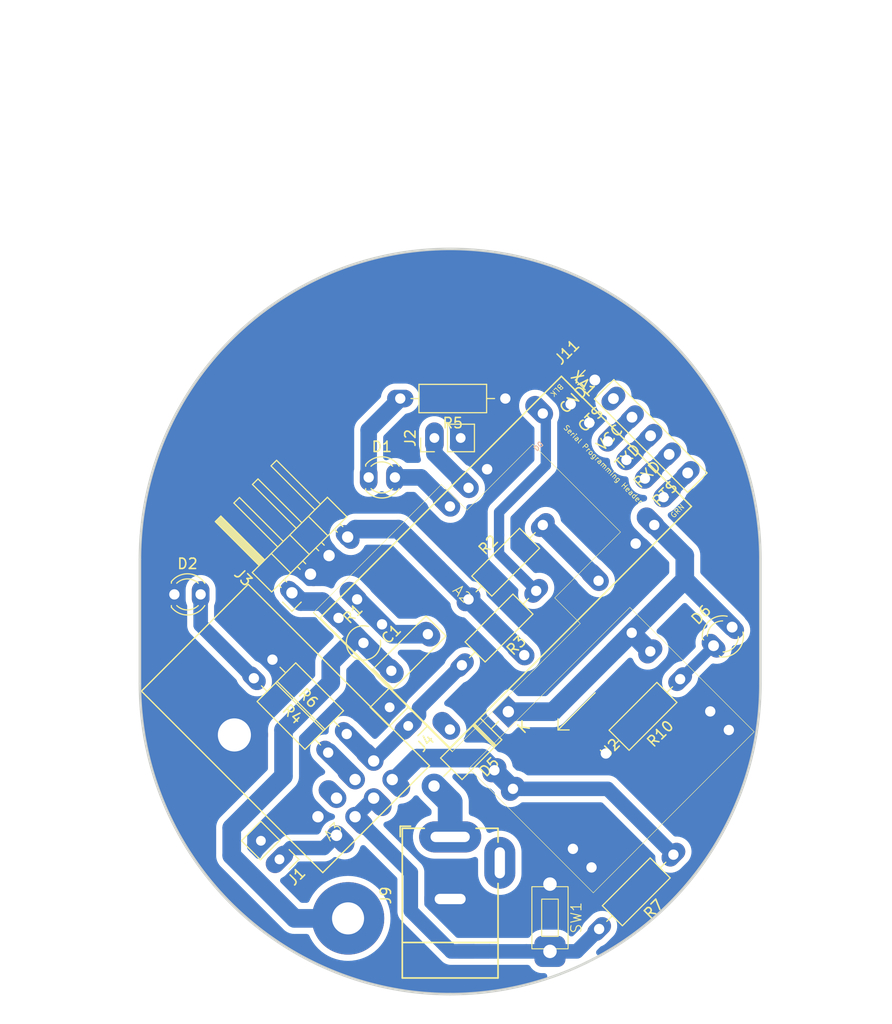
<source format=kicad_pcb>
(kicad_pcb (version 20221018) (generator pcbnew)
  (layers (0 "F.Cu" signal) (31 "B.Cu" signal) (34 "B.Paste" user) (35 "F.Paste" user) (36 "B.SilkS" user "B.Silkscreen") (37 "F.SilkS" user "F.Silkscreen") (38 "B.Mask" user) (39 "F.Mask" user) (44 "Edge.Cuts" user))
  (net 0 "")
  (net 1 "Net-(D2-A)")
  (net 2 "+12V")
  (net 3 "GND")
  (net 4 "+5V")
  (net 5 "+3V3")
  (net 6 "Net-(D5-A)")
  (net 7 "/GPIO0")
  (net 8 "/ESP_TXD0")
  (net 9 "/GPIO2")
  (net 10 "/ESP_RXD0")
  (net 11 "Net-(D6-K)")
  (net 12 "/CS_SENSE")
  (net 13 "/CS_RES")
  (net 14 "/FLEX")
  (net 15 "/PRO_TX")
  (net 16 "Net-(D1-K)")
  (net 17 "/LED")
  (net 19 "/RXI")
  (net 20 "/TXO")
  (net 21 "/DTR")
  (net 22 "/DEBUG_SEL")
  (net 24 "/ESP_RST")
  (footprint "cm-zy-hp:Resistor_THT" (layer "F.Cu") (at 107.633218 103.037422 -135)
    (fp_text reference "R3" (at 5.08 -2.37 45) (layer "F.SilkS"))
    (fp_text value "512")
    (fp_line (start 1.04 0) (end 1.81 0) (stroke (width 0.12)) (layer "F.SilkS"))
    (fp_line (start 1.81 -1.37) (end 1.81 1.37) (stroke (width 0.12)) (layer "F.SilkS"))
    (fp_line (start 1.81 1.37) (end 8.35 1.37) (stroke (width 0.12)) (layer "F.SilkS"))
    (fp_line (start 8.35 -1.37) (end 1.81 -1.37) (stroke (width 0.12)) (layer "F.SilkS"))
    (fp_line (start 8.35 1.37) (end 8.35 -1.37) (stroke (width 0.12)) (layer "F.SilkS"))
    (fp_line (start 9.12 0) (end 8.35 0) (stroke (width 0.12)) (layer "F.SilkS"))
    (pad "1" thru_hole oval (at 0 0 225) (size 2.54 1.7) (drill 1) (layers "*.Cu" "*.Mask") (net 15 "/PRO_TX"))
    (pad "2" thru_hole oval (at 10.16 0 225) (size 2.54 1.7) (drill 1) (layers "*.Cu" "*.Mask") (net 10 "/ESP_RXD0"))
  )
  (footprint "cm-zy-hp:LED_D3.0mm_Clear" (layer "F.Cu") (at 91.435 92.075)
    (fp_text reference "D1" (at 1.27 -2.96) (layer "F.SilkS"))
    (fp_text value "LED")
    (fp_line (start -0.29 -1.236) (end -0.29 -1.08) (stroke (width 0.12)) (layer "F.SilkS"))
    (fp_line (start -0.29 1.08) (end -0.29 1.236) (stroke (width 0.12)) (layer "F.SilkS"))
    (fp_arc (start -0.29 -1.235516) (mid 1.366487 -1.987659) (end 2.942335 -1.078608) (stroke (width 0.12)) (layer "F.SilkS"))
    (fp_arc (start 0.229039 -1.08) (mid 1.270117 -1.5) (end 2.31113 -1.079837) (stroke (width 0.12)) (layer "F.SilkS"))
    (fp_arc (start 2.31113 1.079837) (mid 1.270117 1.5) (end 0.229039 1.08) (stroke (width 0.12)) (layer "F.SilkS"))
    (fp_arc (start 2.942335 1.078608) (mid 1.366487 1.987659) (end -0.29 1.235516) (stroke (width 0.12)) (layer "F.SilkS"))
    (pad "1" thru_hole oval (at 0 0 90) (size 2.54 1.7) (drill 1) (layers "*.Cu" "*.Mask") (net 16 "Net-(D1-K)"))
    (pad "2" thru_hole oval (at 2.54 0 90) (size 2.54 1.7) (drill 1) (layers "*.Cu" "*.Mask") (net 17 "/LED"))
  )
  (footprint "cm-zy-hp:Resistor_THT" (layer "F.Cu") (at 121.552615 111.568665 -135)
    (fp_text reference "R10" (at 5.08 -2.37 45) (layer "F.SilkS"))
    (fp_text value "R")
    (fp_line (start 1.04 0) (end 1.81 0) (stroke (width 0.12)) (layer "F.SilkS"))
    (fp_line (start 1.81 -1.37) (end 1.81 1.37) (stroke (width 0.12)) (layer "F.SilkS"))
    (fp_line (start 1.81 1.37) (end 8.35 1.37) (stroke (width 0.12)) (layer "F.SilkS"))
    (fp_line (start 8.35 -1.37) (end 1.81 -1.37) (stroke (width 0.12)) (layer "F.SilkS"))
    (fp_line (start 8.35 1.37) (end 8.35 -1.37) (stroke (width 0.12)) (layer "F.SilkS"))
    (fp_line (start 9.12 0) (end 8.35 0) (stroke (width 0.12)) (layer "F.SilkS"))
    (pad "1" thru_hole oval (at 0 0 225) (size 2.54 1.7) (drill 1) (layers "*.Cu" "*.Mask") (net 11 "Net-(D6-K)"))
    (pad "2" thru_hole oval (at 10.16 0 225) (size 2.54 1.7) (drill 1) (layers "*.Cu" "*.Mask") (net 3 "GND"))
  )
  (footprint "cm-zy-hp:Resistor_THT" (layer "F.Cu") (at 89.313495 116.867016 135)
    (fp_text reference "R4" (at 5.08 -2.37 135) (layer "F.SilkS"))
    (fp_text value "1k")
    (fp_line (start 1.04 0) (end 1.81 0) (stroke (width 0.12)) (layer "F.SilkS"))
    (fp_line (start 1.81 -1.37) (end 1.81 1.37) (stroke (width 0.12)) (layer "F.SilkS"))
    (fp_line (start 1.81 1.37) (end 8.35 1.37) (stroke (width 0.12)) (layer "F.SilkS"))
    (fp_line (start 8.35 -1.37) (end 1.81 -1.37) (stroke (width 0.12)) (layer "F.SilkS"))
    (fp_line (start 8.35 1.37) (end 8.35 -1.37) (stroke (width 0.12)) (layer "F.SilkS"))
    (fp_line (start 9.12 0) (end 8.35 0) (stroke (width 0.12)) (layer "F.SilkS"))
    (pad "1" thru_hole oval (at 0 0 135) (size 2.54 1.7) (drill 1) (layers "*.Cu" "*.Mask") (net 10 "/ESP_RXD0"))
    (pad "2" thru_hole oval (at 10.16 0 135) (size 2.54 1.7) (drill 1) (layers "*.Cu" "*.Mask") (net 3 "GND"))
  )
  (footprint "cm-zy-hp:C_Rect_L7.0mm_W2.5mm_P5.00mm" (layer "F.Cu") (at 93.624018 110.760442 45)
    (fp_text reference "C1" (at 2.5 -2.5 45) (layer "F.SilkS"))
    (fp_text value "22p")
    (fp_line (start -1.12 -1.37) (end -1.12 1.37) (stroke (width 0.12)) (layer "F.SilkS"))
    (fp_line (start -1.12 -1.37) (end 6.12 -1.37) (stroke (width 0.12)) (layer "F.SilkS"))
    (fp_line (start -1.12 1.37) (end 6.12 1.37) (stroke (width 0.12)) (layer "F.SilkS"))
    (fp_line (start 6.12 -1.37) (end 6.12 1.37) (stroke (width 0.12)) (layer "F.SilkS"))
    (pad "1" thru_hole oval (at 0 0 225) (size 2 2.54) (drill 1) (layers "*.Cu" "*.Mask") (net 12 "/CS_SENSE"))
    (pad "2" thru_hole oval (at 5 0 225) (size 2 2.54) (drill 1) (layers "*.Cu" "*.Mask") (net 13 "/CS_RES"))
  )
  (footprint "cm-zy-hp:Sw_Tact_PCB" (layer "F.Cu") (at 108.966 134.62 90)
    (fp_text reference "SW1" (at 0 2.54 90 unlocked) (layer "F.SilkS") (effects (font (thickness 0.1))))
    (fp_text value "SW_MEC_5G")
    (fp_rect (start -3 1.75) (end 3 -1.75) (stroke (width 0.1)) (fill none) (layer "F.SilkS"))
    (fp_rect (start -1.8 -0.8) (end 1.8 0.8) (stroke (width 0.1)) (fill none) (layer "F.SilkS"))
    (pad "1" thru_hole roundrect (at -3.25 0 90) (size 3 3) (drill 1.3) (layers "*.Cu" "*.Mask") (net 24 "/ESP_RST"))
    (pad "2" thru_hole roundrect (at 3.25 0 90) (size 3 3) (drill 1.3) (layers "*.Cu" "*.Mask") (net 3 "GND"))
  )
  (footprint "cm-zy-hp:ftdi-cable" (layer "F.Cu") (at 113.304214 82.665675 45)
    (fp_text reference "J11" (at 0 -3.81 45) (layer "F.SilkS"))
    (fp_text value "ftdi-cable" hide)
    (fp_text user "RXD" (at -4.445 10.033 45) (layer "F.SilkS") (effects (justify left)))
    (fp_text user "CTS" (at -4.445 2.413 45) (layer "F.SilkS") (effects (justify left)))
    (fp_text user "TXD" (at -4.445 7.493 45) (layer "F.SilkS") (effects (justify left)))
    (fp_text user "VCC" (at -4.445 4.953 45) (layer "F.SilkS") (effects (justify left)))
    (fp_text user "RTS" (at -4.445 12.573 45) (layer "F.SilkS") (effects (justify left)))
    (fp_text user "GND" (at -4.445 -0.127 45) (layer "F.SilkS") (effects (justify left)))
    (fp_line (start -1.33 -1.33) (end 0 -1.33) (stroke (width 0.12)) (layer "F.SilkS"))
    (fp_line (start -1.33 0) (end -1.33 -1.33) (stroke (width 0.12)) (layer "F.SilkS"))
    (fp_line (start -1.33 1.27) (end -1.33 14.03) (stroke (width 0.12)) (layer "F.SilkS"))
    (fp_line (start -1.33 1.27) (end 1.33 1.27) (stroke (width 0.12)) (layer "F.SilkS"))
    (fp_line (start -1.33 14.03) (end 1.33 14.03) (stroke (width 0.12)) (layer "F.SilkS"))
    (fp_line (start 1.33 1.27) (end 1.33 14.03) (stroke (width 0.12)) (layer "F.SilkS"))
    (pad "1" thru_hole oval (at 0 0 135) (size 1.7 2.54) (drill 1.05) (layers "*.Cu" "*.Mask") (net 3 "GND"))
    (pad "2" thru_hole oval (at 0 2.54 135) (size 1.7 2.54) (drill 1.05) (layers "*.Cu" "*.Mask"))
    (pad "3" thru_hole oval (at 0 5.079999 135) (size 1.7 2.54) (drill 1.05) (layers "*.Cu" "*.Mask") (net 4 "+5V"))
    (pad "4" thru_hole oval (at 0 7.62 135) (size 1.7 2.54) (drill 1.05) (layers "*.Cu" "*.Mask") (net 19 "/RXI"))
    (pad "5" thru_hole oval (at 0 10.16 135) (size 1.7 2.54) (drill 1.05) (layers "*.Cu" "*.Mask") (net 20 "/TXO"))
    (pad "6" thru_hole oval (at 0 12.7 135) (size 1.7 2.54) (drill 1.05) (layers "*.Cu" "*.Mask") (net 21 "/DTR"))
  )
  (footprint "Diode_THT:D_DO-41_SOD81_P10.16mm_Horizontal" (layer "F.Cu") (at 104.939142 114.711755 -135)
    (fp_text reference "D5" (at 5.08 -2.47 45) (layer "F.SilkS"))
    (fp_text value "1N4007")
    (fp_text user "K" (at 0 -2.1 45) (layer "F.SilkS"))
    (fp_line (start 1.34 0) (end 2.36 0) (stroke (width 0.12)) (layer "F.SilkS"))
    (fp_line (start 2.36 -1.47) (end 2.36 1.47) (stroke (width 0.12)) (layer "F.SilkS"))
    (fp_line (start 2.36 1.47) (end 7.8 1.47) (stroke (width 0.12)) (layer "F.SilkS"))
    (fp_line (start 3.14 -1.47) (end 3.14 1.47) (stroke (width 0.12)) (layer "F.SilkS"))
    (fp_line (start 3.26 -1.47) (end 3.26 1.47) (stroke (width 0.12)) (layer "F.SilkS"))
    (fp_line (start 3.38 -1.47) (end 3.38 1.47) (stroke (width 0.12)) (layer "F.SilkS"))
    (fp_line (start 7.8 -1.47) (end 2.36 -1.47) (stroke (width 0.12)) (layer "F.SilkS"))
    (fp_line (start 7.8 1.47) (end 7.8 -1.47) (stroke (width 0.12)) (layer "F.SilkS"))
    (fp_line (start 8.82 0) (end 7.8 0) (stroke (width 0.12)) (layer "F.SilkS"))
    (pad "1" thru_hole rect (at 0 0 225) (size 2.2 2.2) (drill 1.1) (layers "*.Cu" "*.Mask") (net 2 "+12V"))
    (pad "2" thru_hole oval (at 10.16 0 225) (size 2.2 2.2) (drill 1.1) (layers "*.Cu" "*.Mask") (net 6 "Net-(D5-A)"))
  )
  (footprint "cm-zy-hp:Resistor_THT" (layer "F.Cu") (at 120.904 128.524 -135)
    (fp_text reference "R7" (at 5.08 -2.37 45) (layer "F.SilkS"))
    (fp_text value "10k")
    (fp_line (start 1.04 0) (end 1.81 0) (stroke (width 0.12)) (layer "F.SilkS"))
    (fp_line (start 1.81 -1.37) (end 1.81 1.37) (stroke (width 0.12)) (layer "F.SilkS"))
    (fp_line (start 1.81 1.37) (end 8.35 1.37) (stroke (width 0.12)) (layer "F.SilkS"))
    (fp_line (start 8.35 -1.37) (end 1.81 -1.37) (stroke (width 0.12)) (layer "F.SilkS"))
    (fp_line (start 8.35 1.37) (end 8.35 -1.37) (stroke (width 0.12)) (layer "F.SilkS"))
    (fp_line (start 9.12 0) (end 8.35 0) (stroke (width 0.12)) (layer "F.SilkS"))
    (pad "1" thru_hole oval (at 0 0 225) (size 2.54 1.7) (drill 1) (layers "*.Cu" "*.Mask") (net 5 "+3V3"))
    (pad "2" thru_hole oval (at 10.16 0 225) (size 2.54 1.7) (drill 1) (layers "*.Cu" "*.Mask") (net 24 "/ESP_RST"))
  )
  (footprint "cm-zy-hp:PinHeader_1x02_P2.54mm_Vertical" (layer "F.Cu") (at 95.257071 116.085071 -135)
    (fp_text reference "J4" (at 0 -2.33 45) (layer "F.SilkS"))
    (fp_text value "Conn_01x02_Pin" hide)
    (fp_line (start -1.33 -1.33) (end 0 -1.33) (stroke (width 0.12)) (layer "F.SilkS"))
    (fp_line (start -1.33 0) (end -1.33 -1.33) (stroke (width 0.12)) (layer "F.SilkS"))
    (fp_line (start -1.33 1.27) (end -1.33 3.87) (stroke (width 0.12)) (layer "F.SilkS"))
    (fp_line (start -1.33 1.27) (end 1.33 1.27) (stroke (width 0.12)) (layer "F.SilkS"))
    (fp_line (start -1.33 3.87) (end 1.33 3.87) (stroke (width 0.12)) (layer "F.SilkS"))
    (fp_line (start 1.33 1.27) (end 1.33 3.87) (stroke (width 0.12)) (layer "F.SilkS"))
    (pad "1" thru_hole oval (at 0 0 225) (size 3 1.8) (drill 0.95) (layers "*.Cu" "*.Mask") (net 10 "/ESP_RXD0"))
    (pad "2" thru_hole oval (at 0 2.54 225) (size 3 1.8) (drill 0.95) (layers "*.Cu" "*.Mask") (net 3 "GND"))
  )
  (footprint "LED_THT:LED_D3.0mm_Clear" (layer "F.Cu") (at 124.785507 108.335773 45)
    (fp_text reference "D6" (at 1.27 -2.96 45) (layer "F.SilkS"))
    (fp_text value "LED")
    (fp_line (start -0.29 -1.236) (end -0.29 -1.08) (stroke (width 0.12)) (layer "F.SilkS"))
    (fp_line (start -0.29 1.08) (end -0.29 1.236) (stroke (width 0.12)) (layer "F.SilkS"))
    (fp_arc (start -0.29 -1.235516) (mid 1.366487 -1.987659) (end 2.942335 -1.078608) (stroke (width 0.12)) (layer "F.SilkS"))
    (fp_arc (start 0.229039 -1.08) (mid 1.270117 -1.5) (end 2.31113 -1.079837) (stroke (width 0.12)) (layer "F.SilkS"))
    (fp_arc (start 2.31113 1.079837) (mid 1.270117 1.5) (end 0.229039 1.08) (stroke (width 0.12)) (layer "F.SilkS"))
    (fp_arc (start 2.942335 1.078608) (mid 1.366487 1.987659) (end -0.29 1.235516) (stroke (width 0.12)) (layer "F.SilkS"))
    (pad "1" thru_hole oval (at 0 0 45) (size 1.7 2.54) (drill 1.05) (layers "*.Cu" "*.Mask") (net 11 "Net-(D6-K)"))
    (pad "2" thru_hole oval (at 2.54 0 45) (size 1.7 2.54) (drill 1.05) (layers "*.Cu" "*.Mask") (net 2 "+12V"))
  )
  (footprint "cm-zy-hp:Resistor_TH_Vertical" (layer "F.Cu") (at 90.929941 108.066365 45)
    (fp_text reference "R1" (at 1.27 -2.72 45) (layer "F.SilkS"))
    (fp_text value "2.2M")
    (fp_arc (start 1.344775 0.97138) (mid -1.655812 -0.101418) (end 1.453272 -0.8) (stroke (width 0.12)) (layer "F.SilkS"))
    (pad "1" thru_hole oval (at 0 0 135) (size 2.54 1.7) (drill 1) (layers "*.Cu" "*.Mask") (net 12 "/CS_SENSE"))
    (pad "2" thru_hole oval (at 2.54 0 135) (size 2.54 1.7) (drill 1) (layers "*.Cu" "*.Mask") (net 13 "/CS_RES"))
  )
  (footprint "cm-zy-hp:ESP-01" (layer "F.Cu") (at 88.325667 126.655497 45)
    (fp_text reference "A3" (at 0 -0.5 45 unlocked) (layer "F.SilkS") (effects (font (thickness 0.1))))
    (fp_text value "ESP-01")
    (fp_line (start -3.49 -23.19) (end -3.49 1.61) (stroke (width 0.13)) (layer "F.SilkS"))
    (fp_line (start -3.49 1.61) (end 11.11 1.61) (stroke (width 0.13)) (layer "F.SilkS"))
    (fp_line (start 11.11 -23.19) (end -3.49 -23.19) (stroke (width 0.13)) (layer "F.SilkS"))
    (fp_line (start 11.11 1.61) (end 11.11 -23.19) (stroke (width 0.13)) (layer "F.SilkS"))
    (pad "1" thru_hole oval (at 0 -2.54 135) (size 3 1.9) (drill 1.1 (offset 0.55 0)) (layers "*.Cu" "*.Mask") (net 3 "GND"))
    (pad "2" thru_hole oval (at 0 0 315) (size 3 1.9) (drill 1.1 (offset 0.55 0)) (layers "*.Cu" "*.Mask") (net 8 "/ESP_TXD0"))
    (pad "3" thru_hole oval (at 2.54 -2.54 135) (size 3 1.9) (drill 1.1 (offset 0.55 0)) (layers "*.Cu" "*.Mask") (net 9 "/GPIO2"))
    (pad "4" thru_hole oval (at 2.54 0 315) (size 3 1.9) (drill 1.1 (offset 0.55 0)) (layers "*.Cu" "*.Mask") (net 24 "/ESP_RST"))
    (pad "5" thru_hole oval (at 5.08 -2.54 135) (size 3 1.9) (drill 1.1 (offset 0.55 0)) (layers "*.Cu" "*.Mask") (net 7 "/GPIO0"))
    (pad "6" thru_hole oval (at 5.08 0 315) (size 3 1.9) (drill 1.1 (offset 0.55 0)) (layers "*.Cu" "*.Mask") (net 24 "/ESP_RST"))
    (pad "7" thru_hole oval (at 7.62 -2.54 135) (size 3 1.9) (drill 1.1 (offset 0.55 0)) (layers "*.Cu" "*.Mask") (net 10 "/ESP_RXD0"))
    (pad "8" thru_hole oval (at 7.62 0 315) (size 3 1.9) (drill 1.1 (offset 0.55 0)) (layers "*.Cu" "*.Mask") (net 5 "+3V3"))
  )
  (footprint "Connector_PinHeader_2.54mm:PinHeader_1x04_P2.54mm_Horizontal" (layer "F.Cu") (at 84.012898 103.222102 135)
    (fp_text reference "J3" (at 4.385 -2.27 135) (layer "F.SilkS"))
    (fp_text value "Conn_01x04_Pin" hide)
    (fp_line (start -1.27 -1.27) (end 0 -1.27) (stroke (width 0.12)) (layer "F.SilkS"))
    (fp_line (start -1.27 0) (end -1.27 -1.27) (stroke (width 0.12)) (layer "F.SilkS"))
    (fp_line (start 1.042929 2.16) (end 1.44 2.16) (stroke (width 0.12)) (layer "F.SilkS"))
    (fp_line (start 1.042929 2.92) (end 1.44 2.92) (stroke (width 0.12)) (layer "F.SilkS"))
    (fp_line (start 1.042929 4.7) (end 1.44 4.7) (stroke (width 0.12)) (layer "F.SilkS"))
    (fp_line (start 1.042929 5.46) (end 1.44 5.46) (stroke (width 0.12)) (layer "F.SilkS"))
    (fp_line (start 1.042929 7.24) (end 1.44 7.24) (stroke (width 0.12)) (layer "F.SilkS"))
    (fp_line (start 1.042929 8) (end 1.44 8) (stroke (width 0.12)) (layer "F.SilkS"))
    (fp_line (start 1.11 -0.38) (end 1.44 -0.38) (stroke (width 0.12)) (layer "F.SilkS"))
    (fp_line (start 1.11 0.38) (end 1.44 0.38) (stroke (width 0.12)) (layer "F.SilkS"))
    (fp_line (start 1.44 -1.33) (end 1.44 8.95) (stroke (width 0.12)) (layer "F.SilkS"))
    (fp_line (start 1.44 1.27) (end 4.1 1.27) (stroke (width 0.12)) (layer "F.SilkS"))
    (fp_line (start 1.44 3.81) (end 4.1 3.81) (stroke (width 0.12)) (layer "F.SilkS"))
    (fp_line (start 1.44 6.35) (end 4.1 6.35) (stroke (width 0.12)) (layer "F.SilkS"))
    (fp_line (start 1.44 8.95) (end 4.1 8.95) (stroke (width 0.12)) (layer "F.SilkS"))
    (fp_line (start 4.1 -1.33) (end 1.44 -1.33) (stroke (width 0.12)) (layer "F.SilkS"))
    (fp_line (start 4.1 -0.38) (end 10.1 -0.38) (stroke (width 0.12)) (layer "F.SilkS"))
    (fp_line (start 4.1 -0.32) (end 10.1 -0.32) (stroke (width 0.12)) (layer "F.SilkS"))
    (fp_line (start 4.1 -0.2) (end 10.1 -0.2) (stroke (width 0.12)) (layer "F.SilkS"))
    (fp_line (start 4.1 -0.08) (end 10.1 -0.08) (stroke (width 0.12)) (layer "F.SilkS"))
    (fp_line (start 4.1 0.04) (end 10.1 0.04) (stroke (width 0.12)) (layer "F.SilkS"))
    (fp_line (start 4.1 0.16) (end 10.1 0.16) (stroke (width 0.12)) (layer "F.SilkS"))
    (fp_line (start 4.1 0.28) (end 10.1 0.28) (stroke (width 0.12)) (layer "F.SilkS"))
    (fp_line (start 4.1 2.16) (end 10.1 2.16) (stroke (width 0.12)) (layer "F.SilkS"))
    (fp_line (start 4.1 4.7) (end 10.1 4.7) (stroke (width 0.12)) (layer "F.SilkS"))
    (fp_line (start 4.1 7.24) (end 10.1 7.24) (stroke (width 0.12)) (layer "F.SilkS"))
    (fp_line (start 4.1 8.95) (end 4.1 -1.33) (stroke (width 0.12)) (layer "F.SilkS"))
    (fp_line (start 10.1 -0.38) (end 10.1 0.38) (stroke (width 0.12)) (layer "F.SilkS"))
    (fp_line (start 10.1 0.38) (end 4.1 0.38) (stroke (width 0.12)) (layer "F.SilkS"))
    (fp_line (start 10.1 2.16) (end 10.1 2.92) (stroke (width 0.12)) (layer "F.SilkS"))
    (fp_line (start 10.1 2.92) (end 4.1 2.92) (stroke (width 0.12)) (layer "F.SilkS"))
    (fp_line (start 10.1 4.7) (end 10.1 5.46) (stroke (width 0.12)) (layer "F.SilkS"))
    (fp_line (start 10.1 5.46) (end 4.1 5.46) (stroke (width 0.12)) (layer "F.SilkS"))
    (fp_line (start 10.1 7.24) (end 10.1 8) (stroke (width 0.12)) (layer "F.SilkS"))
    (fp_line (start 10.1 8) (end 4.1 8) (stroke (width 0.12)) (layer "F.SilkS"))
    (pad "1" thru_hole oval (at 0 0 135) (size 2.54 1.7) (drill 1.1) (layers "*.Cu" "*.Mask") (net 12 "/CS_SENSE"))
    (pad "2" thru_hole oval (at 0 2.54 135) (size 2.54 1.7) (drill 1.1) (layers "*.Cu" "*.Mask") (net 3 "GND"))
    (pad "3" thru_hole oval (at 0 5.08 135) (size 2.54 1.7) (drill 1.1) (layers "*.Cu" "*.Mask") (net 3 "GND"))
    (pad "4" thru_hole oval (at 0 7.62 135) (size 2.54 1.7) (drill 1.1) (layers "*.Cu" "*.Mask") (net 14 "/FLEX"))
  )
  (footprint "cm-zy-hp:Resistor_THT" (layer "F.Cu") (at 104.648 84.455 180)
    (fp_text reference "R5" (at 5.08 -2.37) (layer "F.SilkS"))
    (fp_text value "R")
    (fp_line (start 1.04 0) (end 1.81 0) (stroke (width 0.12)) (layer "F.SilkS"))
    (fp_line (start 1.81 -1.37) (end 1.81 1.37) (stroke (width 0.12)) (layer "F.SilkS"))
    (fp_line (start 1.81 1.37) (end 8.35 1.37) (stroke (width 0.12)) (layer "F.SilkS"))
    (fp_line (start 8.35 -1.37) (end 1.81 -1.37) (stroke (width 0.12)) (layer "F.SilkS"))
    (fp_line (start 8.35 1.37) (end 8.35 -1.37) (stroke (width 0.12)) (layer "F.SilkS"))
    (fp_line (start 9.12 0) (end 8.35 0) (stroke (width 0.12)) (layer "F.SilkS"))
    (pad "1" thru_hole oval (at 0 0 180) (size 2.54 1.7) (drill 1) (layers "*.Cu" "*.Mask") (net 3 "GND"))
    (pad "2" thru_hole oval (at 10.16 0 180) (size 2.54 1.7) (drill 1) (layers "*.Cu" "*.Mask") (net 16 "Net-(D1-K)"))
  )
  (footprint "cm-zy-hp:dsun" (layer "F.Cu") (at 115.132085 118.629835 45)
    (fp_text reference "U2" (at 0 -0.5 45 unlocked) (layer "F.SilkS"))
    (fp_text value "PSU 5V")
    (fp_line (start -11 -8.795) (end -11 8.205) (stroke (width 0.05)) (layer "F.SilkS"))
    (fp_line (start -11 8.205) (end 11 8.205) (stroke (width 0.05)) (layer "F.SilkS"))
    (fp_line (start -2.286 -5.334) (end -1.524 -6.096) (stroke (width 0.12)) (layer "F.SilkS"))
    (fp_line (start -2.286 -5.334) (end -1.524 -4.572) (stroke (width 0.12)) (layer "F.SilkS"))
    (fp_line (start 2.794 -5.334) (end -2.286 -5.334) (stroke (width 0.12)) (layer "F.SilkS"))
    (fp_line (start 11 -8.795) (end -11 -8.795) (stroke (width 0.05)) (layer "F.SilkS"))
    (fp_line (start 11 8.205) (end 11 -8.795) (stroke (width 0.05)) (layer "F.SilkS"))
    (pad "1" thru_hole oval (at -9.39 3.81 135) (size 1.8 2.54) (drill 1) (layers "*.Cu" "*.Mask") (net 3 "GND"))
    (pad "1" thru_hole oval (at -9.39 6.35 135) (size 1.8 2.54) (drill 1) (layers "*.Cu" "*.Mask") (net 3 "GND"))
    (pad "1" thru_hole oval (at 9.39 3.81 135) (size 1.8 2.54) (drill 1) (layers "*.Cu" "*.Mask") (net 3 "GND"))
    (pad "1" thru_hole oval (at 9.39 6.35 135) (size 1.8 2.54) (drill 1) (layers "*.Cu" "*.Mask") (net 3 "GND"))
    (pad "2" thru_hole oval (at -9.39 -6.93 135) (size 1.8 2.54) (drill 1) (layers "*.Cu" "*.Mask") (net 5 "+3V3"))
    (pad "2" thru_hole oval (at -9.39 -4.39 135) (size 1.8 2.54) (drill 1) (layers "*.Cu" "*.Mask") (net 5 "+3V3"))
    (pad "3" thru_hole oval (at 9.39 -6.93 135) (size 1.8 2.54) (drill 1) (layers "*.Cu" "*.Mask") (net 2 "+12V"))
    (pad "3" thru_hole oval (at 9.39 -4.39 135) (size 1.8 2.54) (drill 1) (layers "*.Cu" "*.Mask") (net 2 "+12V"))
  )
  (footprint "cm-zy-hp:DC_Power_Jack_PCB_Mounted_2.1mm" (layer "F.Cu") (at 99.314 126.81021 90)
    (fp_text reference "J9" (at -5.6515 -6.223 90) (layer "F.SilkS"))
    (fp_text value "Jack-DC")
    (fp_line (start -13.63 -4.63) (end 0.83 -4.63) (stroke (width 0.16)) (layer "F.SilkS"))
    (fp_line (start -13.63 4.63) (end -13.63 -4.63) (stroke (width 0.16)) (layer "F.SilkS"))
    (fp_line (start -10.2 -4.63) (end -10.2 4.63) (stroke (width 0.16)) (layer "F.SilkS"))
    (fp_line (start -4.5 4.63) (end -13.63 4.63) (stroke (width 0.16)) (layer "F.SilkS"))
    (fp_line (start 0.03 -4.83) (end 1.03 -4.83) (stroke (width 0.16)) (layer "F.SilkS"))
    (fp_line (start 0.83 -4.63) (end 0.83 -2.5) (stroke (width 0.16)) (layer "F.SilkS"))
    (fp_line (start 0.83 2.5) (end 0.83 4.63) (stroke (width 0.16)) (layer "F.SilkS"))
    (fp_line (start 0.83 4.63) (end -0.5 4.63) (stroke (width 0.16)) (layer "F.SilkS"))
    (fp_line (start 1.03 -4.83) (end 1.03 -3.83) (stroke (width 0.16)) (layer "F.SilkS"))
    (pad "1" thru_hole oval (at 0 0 90) (size 3 6) (drill oval 1 3.8) (layers "*.Cu" "*.Mask") (net 6 "Net-(D5-A)"))
    (pad "2" thru_hole oval (at -6 0 90) (size 3 5) (drill oval 1 3) (layers "*.Cu" "*.Mask") (net 3 "GND"))
    (pad "3" thru_hole oval (at -2.5 4.8 180) (size 3 5) (drill oval 1 3) (layers "*.Cu" "*.Mask"))
  )
  (footprint "cm-zy-hp:PinHeader_1x02_P2.54mm_Vertical" (layer "F.Cu") (at 82.807807 128.979484 -135)
    (fp_text reference "J1" (at 0 -2.33 -315) (layer "F.SilkS"))
    (fp_text value "Conn_01x02_Pin" hide)
    (fp_line (start -1.33 -1.33) (end 0 -1.33) (stroke (width 0.12)) (layer "F.SilkS"))
    (fp_line (start -1.33 0) (end -1.33 -1.33) (stroke (width 0.12)) (layer "F.SilkS"))
    (fp_line (start -1.33 1.27) (end -1.33 3.87) (stroke (width 0.12)) (layer "F.SilkS"))
    (fp_line (start -1.33 1.27) (end 1.33 1.27) (stroke (width 0.12)) (layer "F.SilkS"))
    (fp_line (start -1.33 3.87) (end 1.33 3.87) (stroke (width 0.12)) (layer "F.SilkS"))
    (fp_line (start 1.33 1.27) (end 1.33 3.87) (stroke (width 0.12)) (layer "F.SilkS"))
    (pad "1" thru_hole oval (at 0 0 225) (size 3 1.8) (drill 0.95) (layers "*.Cu" "*.Mask") (net 8 "/ESP_TXD0"))
    (pad "2" thru_hole oval (at 0 2.54 225) (size 3 1.8) (drill 0.95) (layers "*.Cu" "*.Mask") (net 3 "GND"))
  )
  (footprint "cm-zy-hp:Resistor_THT" (layer "F.Cu") (at 101.091067 103.859079 45)
    (fp_text reference "R2" (at 5.08 -2.37 45) (layer "F.SilkS"))
    (fp_text value "10k")
    (fp_line (start 1.04 0) (end 1.81 0) (stroke (width 0.12)) (layer "F.SilkS"))
    (fp_line (start 1.81 -1.37) (end 1.81 1.37) (stroke (width 0.12)) (layer "F.SilkS"))
    (fp_line (start 1.81 1.37) (end 8.35 1.37) (stroke (width 0.12)) (layer "F.SilkS"))
    (fp_line (start 8.35 -1.37) (end 1.81 -1.37) (stroke (width 0.12)) (layer "F.SilkS"))
    (fp_line (start 8.35 1.37) (end 8.35 -1.37) (stroke (width 0.12)) (layer "F.SilkS"))
    (fp_line (start 9.12 0) (end 8.35 0) (stroke (width 0.12)) (layer "F.SilkS"))
    (pad "1" thru_hole oval (at 0 0 45) (size 2.54 1.7) (drill 1) (layers "*.Cu" "*.Mask") (net 14 "/FLEX"))
    (pad "2" thru_hole oval (at 10.16 0 45) (size 2.54 1.7) (drill 1) (layers "*.Cu" "*.Mask") (net 4 "+5V"))
  )
  (footprint "cm-zy-hp:Resistor_THT" (layer "F.Cu") (at 80.333239 111.478862 -45)
    (fp_text reference "R6" (at 5.08 -2.37 135) (layer "F.SilkS"))
    (fp_text value "R")
    (fp_line (start 1.04 0) (end 1.81 0) (stroke (width 0.12)) (layer "F.SilkS"))
    (fp_line (start 1.81 -1.37) (end 1.81 1.37) (stroke (width 0.12)) (layer "F.SilkS"))
    (fp_line (start 1.81 1.37) (end 8.35 1.37) (stroke (width 0.12)) (layer "F.SilkS"))
    (fp_line (start 8.35 -1.37) (end 1.81 -1.37) (stroke (width 0.12)) (layer "F.SilkS"))
    (fp_line (start 8.35 1.37) (end 8.35 -1.37) (stroke (width 0.12)) (layer "F.SilkS"))
    (fp_line (start 9.12 0) (end 8.35 0) (stroke (width 0.12)) (layer "F.SilkS"))
    (pad "1" thru_hole oval (at 0 0 315) (size 2.54 1.7) (drill 1) (layers "*.Cu" "*.Mask") (net 1 "Net-(D2-A)"))
    (pad "2" thru_hole oval (at 10.16 0 315) (size 2.54 1.7) (drill 1) (layers "*.Cu" "*.Mask") (net 7 "/GPIO0"))
  )
  (footprint "cm-zy-hp:PinHeader_1x02_P2.54mm_Vertical" (layer "F.Cu") (at 97.79 88.265 90)
    (fp_text reference "J2" (at 0 -2.33 90) (layer "F.SilkS"))
    (fp_text value "Conn_01x02_Pin" hide)
    (fp_line (start -1.33 -1.33) (end 0 -1.33) (stroke (width 0.12)) (layer "F.SilkS"))
    (fp_line (start -1.33 0) (end -1.33 -1.33) (stroke (width 0.12)) (layer "F.SilkS"))
    (fp_line (start -1.33 1.27) (end -1.33 3.87) (stroke (width 0.12)) (layer "F.SilkS"))
    (fp_line (start -1.33 1.27) (end 1.33 1.27) (stroke (width 0.12)) (layer "F.SilkS"))
    (fp_line (start -1.33 3.87) (end 1.33 3.87) (stroke (width 0.12)) (layer "F.SilkS"))
    (fp_line (start 1.33 1.27) (end 1.33 3.87) (stroke (width 0.12)) (layer "F.SilkS"))
    (pad "1" thru_hole oval (at 0 0 90) (size 3 1.8) (drill 0.95) (layers "*.Cu" "*.Mask") (net 22 "/DEBUG_SEL"))
    (pad "2" thru_hole oval (at 0 2.54 90) (size 3 1.8) (drill 0.95) (layers "*.Cu" "*.Mask") (net 3 "GND"))
  )
  (footprint "cm-zy-hp:Arduino_Pro_Mini_Socket" (layer "F.Cu") (at 104.683169 100.266977 -45)
    (fp_text reference "XA1" (at -6.858 -17.526 135) (layer "F.SilkS"))
    (fp_text value "Pro_Mini_Clone_Socket")
    (fp_text user "D0" (at -5.715 -10.16 -135 unlocked) (layer "B.SilkS") (effects (font (size 0.5 0.5) (thickness 0.075)) (justify mirror)))
    (fp_text user "Serial Programming Header" (at 0 -13.335 135) (layer "F.SilkS") (effects (font (size 0.5 0.5) (thickness 0.075))))
    (fp_text user "D0" (at -5.715 -10.16 -135 unlocked) (layer "F.SilkS") (effects (font (size 0.5 0.5) (thickness 0.075))))
    (fp_text user "GRN" (at 8.255 -15.24 45) (layer "F.SilkS") (effects (font (size 0.5 0.5) (thickness 0.075))))
    (fp_text user "BLK" (at -8.255 -15.24 -135 unlocked) (layer "F.SilkS") (effects (font (size 0.5 0.5) (thickness 0.075))))
    (fp_line (start -8.89 -16.51) (end -8.89 16.51) (stroke (width 0.15)) (layer "F.SilkS"))
    (fp_line (start 8.89 -16.51) (end -8.89 -16.51) (stroke (width 0.15)) (layer "F.SilkS"))
    (fp_line (start 8.89 -16.51) (end 8.89 16.51) (stroke (width 0.15)) (layer "F.SilkS"))
    (fp_line (start 8.89 16.51) (end -8.89 16.51) (stroke (width 0.15)) (layer "F.SilkS"))
    (pad "A0" thru_hole oval (at 7.62 5.08 225) (size 1.9 3) (drill 1 (offset 0 0.5)) (layers "*.Cu" "*.Mask") (net 14 "/FLEX"))
    (pad "D1" thru_hole oval (at -7.62 -12.7 225) (size 1.9 3) (drill 1 (offset 0 0.5)) (layers "*.Cu" "*.Mask") (net 15 "/PRO_TX"))
    (pad "D2" thru_hole oval (at -7.62 -2.54 225) (size 1.9 3) (drill 1 (offset 0 0.5)) (layers "*.Cu" "*.Mask") (net 22 "/DEBUG_SEL"))
    (pad "D3" thru_hole oval (at -7.62 0 225) (size 1.9 3) (drill 1 (offset 0 0.5)) (layers "*.Cu" "*.Mask") (net 17 "/LED"))
    (pad "D8" thru_hole oval (at -7.62 12.7 225) (size 1.9 3) (drill 1 (offset 0 0.5)) (layers "*.Cu" "*.Mask") (net 13 "/CS_RES"))
    (pad "D9" thru_hole oval (at -7.62 15.24 225) (size 1.9 3) (drill 1 (offset 0 0.5)) (layers "*.Cu" "*.Mask") (net 12 "/CS_SENSE"))
    (pad "D10" thru_hole oval (at 7.62 15.24 225) (size 1.9 3) (drill 1 (offset 0 0.5)) (layers "*.Cu" "*.Mask"))
    (pad "DTR" thru_hole oval (at 6.35 -15.24 135) (size 1.9 3) (drill 1 (offset 0 0.5)) (layers "*.Cu" "*.Mask") (net 21 "/DTR"))
    (pad "GND1" thru_hole rect (at -7.62 -5.08 315) (size 1.7272 1.7272) (drill 1.016) (layers "*.Cu" "*.Mask") (net 3 "GND"))
    (pad "GND2" thru_hole rect (at 7.62 -10.16 315) (size 1.7272 1.7272) (drill 1.016) (layers "*.Cu" "*.Mask") (net 3 "GND"))
    (pad "GND4" thru_hole rect (at -3.81 -15.24 315) (size 1.7272 1.7272) (drill 1.016) (layers "*.Cu" "*.Mask") (net 3 "GND"))
    (pad "GND5" thru_hole rect (at -6.35 -15.24 315) (size 1.7272 1.7272) (drill 1.016) (layers "*.Cu" "*.Mask") (net 3 "GND"))
    (pad "RAW" thru_hole oval (at 7.62 -12.7 225) (size 1.9 3) (drill 1 (offset 0 0.5)) (layers "*.Cu" "*.Mask") (net 2 "+12V"))
    (pad "RXI" thru_hole oval (at 1.27 -15.24 135) (size 1.9 3) (drill 1 (offset 0 0.5)) (layers "*.Cu" "*.Mask") (net 19 "/RXI"))
    (pad "TXO" thru_hole oval (at 3.81 -15.24 135) (size 1.9 3) (drill 1 (offset 0 0.5)) (layers "*.Cu" "*.Mask") (net 20 "/TXO"))
    (pad "Vcc1" thru_hole oval (at 7.62 -5.08 225) (size 1.9 3) (drill 1 (offset 0 0.5)) (layers "*.Cu" "*.Mask") (net 4 "+5V"))
    (pad "Vcc2" thru_hole oval (at -1.27 -15.24 135) (size 1.9 3) (drill 1 (offset 0 0.5)) (layers "*.Cu" "*.Mask") (net 4 "+5V"))
  )
  (footprint "cm-zy-hp:Digispark" (layer "F.Cu") (at 86.091209 105.131164 -45)
    (fp_text reference "A2" (at 8.89 -11.43 -45 unlocked) (layer "F.SilkS") (effects (font (thickness 0.1))))
    (fp_text value "Digispark")
    (fp_line (start 0 -17.5) (end 3.5 -17.5) (stroke (width 0.05)) (layer "F.SilkS"))
    (fp_line (start 0 0) (end 0 -17.5) (stroke (width 0.05)) (layer "F.SilkS"))
    (fp_line (start 0 0) (end 19 0) (stroke (width 0.1)) (layer "F.SilkS"))
    (fp_line (start 3.5 -26.5) (end 15.5 -26.5) (stroke (width 0.05)) (layer "F.SilkS"))
    (fp_line (start 3.5 -17.5) (end 3.5 -26.5) (stroke (width 0.05)) (layer "F.SilkS"))
    (fp_line (start 15.5 -17.5) (end 15.5 -26.5) (stroke (width 0.05)) (layer "F.SilkS"))
    (fp_line (start 19 -17.5) (end 15.5 -17.5) (stroke (width 0.05)) (layer "F.SilkS"))
    (fp_line (start 19 0) (end 19 -17.5) (stroke (width 0.05)) (layer "F.SilkS"))
  )
  (footprint "LED_THT:LED_D3.0mm_Clear" (layer "F.Cu") (at 72.644 103.378)
    (fp_text reference "D2" (at 1.27 -2.96) (layer "F.SilkS"))
    (fp_text value "LED")
    (fp_line (start -0.29 -1.236) (end -0.29 -1.08) (stroke (width 0.12)) (layer "F.SilkS"))
    (fp_line (start -0.29 1.08) (end -0.29 1.236) (stroke (width 0.12)) (layer "F.SilkS"))
    (fp_arc (start -0.29 -1.235516) (mid 1.366487 -1.987659) (end 2.942335 -1.078608) (stroke (width 0.12)) (layer "F.SilkS"))
    (fp_arc (start 0.229039 -1.08) (mid 1.270117 -1.5) (end 2.31113 -1.079837) (stroke (width 0.12)) (layer "F.SilkS"))
    (fp_arc (start 2.31113 1.079837) (mid 1.270117 1.5) (end 0.229039 1.08) (stroke (width 0.12)) (layer "F.SilkS"))
    (fp_arc (start 2.942335 1.078608) (mid 1.366487 1.987659) (end -0.29 1.235516) (stroke (width 0.12)) (layer "F.SilkS"))
    (pad "1" thru_hole oval (at 0 0 90) (size 2.54 1.7) (drill 1) (layers "*.Cu" "*.Mask") (net 3 "GND"))
    (pad "2" thru_hole oval (at 2.54 0 90) (size 2.54 1.7) (drill 1) (layers "*.Cu" "*.Mask") (net 1 "Net-(D2-A)"))
  )
  (footprint "cm-zy-hp:Stud" (layer "F.Cu") (at 89.154 135.265663)
    (fp_text reference "J6" (at 0 -0.5 unlocked) (layer "F.SilkS") (effects (font (thickness 0.1))))
    (fp_text value "Conn_01x01_Pin")
    (pad "1" thru_hole circle (at 0.285 -0.585 270) (size 7 7) (drill 3.1) (layers "*.Cu" "*.Mask") (net 12 "/CS_SENSE"))
  )
  (gr_line (start 69.314 100) (end 69.314 112) (stroke (width 0.25)) (layer "Edge.Cuts"))
  (gr_arc (start 129.314 112) (mid 120.527203 133.213203) (end 99.314 142) (stroke (width 0.25)) (layer "Edge.Cuts"))
  (gr_arc (start 69.314 100) (mid 78.100797 78.786797) (end 99.314 70) (stroke (width 0.25)) (layer "Edge.Cuts"))
  (gr_line (start 129.314 112) (end 129.314 100) (stroke (width 0.25)) (layer "Edge.Cuts"))
  (gr_arc (start 99.314 142) (mid 78.100797 133.213203) (end 69.314 112) (stroke (width 0.25)) (layer "Edge.Cuts"))
  (gr_arc (start 99.314 70) (mid 120.527203 78.786797) (end 129.314 100) (stroke (width 0.25)) (layer "Edge.Cuts"))
  (segment (start 75.184 106.329623) (end 80.333239 111.478862) (width 1.4) (layer "B.Cu") (net 1))
  (segment (start 75.184 103.378) (end 75.184 106.329622) (width 1.4) (layer "B.Cu") (net 1))
  (segment (start 75.184 103.378) (end 75.184 106.329623) (width 1.4) (layer "B.Cu") (net 1))
  (segment (start 115.176633 108.784785) (end 122.001628 101.959791) (width 1.8) (layer "B.Cu") (net 2))
  (segment (start 109.249663 114.711755) (end 104.939142 114.711755) (width 1.8) (layer "B.Cu") (net 2))
  (segment (start 115.176633 108.784785) (end 116.871567 107.089851) (width 1.8) (layer "B.Cu") (net 2))
  (segment (start 122.001628 101.959791) (end 126.581558 106.539721) (width 1.8) (layer "B.Cu") (net 2))
  (segment (start 122.001628 99.624923) (end 119.051579 96.674874) (width 1.8) (layer "B.Cu") (net 2))
  (segment (start 118.66762 108.885902) (end 116.871567 107.089851) (width 1.8) (layer "B.Cu") (net 2))
  (segment (start 115.176633 108.784785) (end 109.249663 114.711755) (width 1.8) (layer "B.Cu") (net 2))
  (segment (start 122.001628 101.959791) (end 122.001628 99.624923) (width 1.8) (layer "B.Cu") (net 2))
  (via (at 78.447385 116.956819) (size 6.5) (drill 3.2) (layers "F.Cu" "B.Cu") (net 3))
  (segment (start 114.561451 88.592644) (end 114.561451 88.592642) (width 1.6) (layer "B.Cu") (net 4))
  (segment (start 114.561451 88.592642) (end 116.896316 86.257777) (width 1.6) (layer "B.Cu") (net 4))
  (segment (start 113.663425 102.063028) (end 108.275271 96.674874) (width 1.8) (layer "B.Cu") (net 4))
  (segment (start 114.545369 122.165369) (end 105.388154 122.165369) (width 1.4) (layer "B.Cu") (net 5))
  (segment (start 103.592103 120.369316) (end 105.388154 122.165369) (width 1.8) (layer "B.Cu") (net 5))
  (segment (start 94.039088 121.267342) (end 93.71382 121.267342) (width 1.8) (layer "B.Cu") (net 5))
  (segment (start 120.904 128.524) (end 114.545369 122.165369) (width 1.4) (layer "B.Cu") (net 5))
  (segment (start 105.388154 122.165369) (end 102.418745 119.19596) (width 1.8) (layer "B.Cu") (net 5))
  (segment (start 96.11047 119.19596) (end 94.039088 121.267342) (width 1.8) (layer "B.Cu") (net 5))
  (segment (start 102.418745 119.19596) (end 96.11047 119.19596) (width 1.8) (layer "B.Cu") (net 5))
  (segment (start 99.391019 126.810211) (end 99.371382 126.790574) (width 1.8) (layer "B.Cu") (net 6))
  (segment (start 99.314 126.81021) (end 99.314 123.455023) (width 2.4) (layer "B.Cu") (net 6))
  (segment (start 99.314 123.455023) (end 97.754937 121.89596) (width 2.4) (layer "B.Cu") (net 6))
  (segment (start 90.121718 121.267343) (end 90.121718 121.183814) (width 1.8) (layer "B.Cu") (net 7))
  (segment (start 90.121718 121.183814) (end 87.559208 118.621303) (width 1.8) (layer "B.Cu") (net 7))
  (segment (start 87.098821 127.882343) (end 88.325667 126.655497) (width 1.4) (layer "B.Cu") (net 8))
  (segment (start 83.904948 127.882343) (end 87.098821 127.882343) (width 1.4) (layer "B.Cu") (net 8))
  (segment (start 82.807807 128.979484) (end 83.904948 127.882343) (width 1.4) (layer "B.Cu") (net 8))
  (segment (start 96.302553 115.039589) (end 95.257071 116.085071) (width 1.4) (layer "B.Cu") (net 10))
  (segment (start 91.91777 119.471292) (end 89.313495 116.867016) (width 1.8) (layer "B.Cu") (net 10))
  (segment (start 91.917769 119.471292) (end 91.917769 119.424373) (width 1.4) (layer "B.Cu") (net 10))
  (segment (start 91.917769 119.424373) (end 95.257071 116.085071) (width 1.4) (layer "B.Cu") (net 10))
  (segment (start 100.449013 110.221627) (end 96.302553 114.368087) (width 1.4) (layer "B.Cu") (net 10))
  (segment (start 96.302553 114.368087) (end 96.302553 115.039589) (width 1.4) (layer "B.Cu") (net 10))
  (segment (start 124.785507 108.335773) (end 121.552615 111.568665) (width 1) (layer "B.Cu") (net 11))
  (segment (start 87.766682 111.907705) (end 87.766682 109.972389) (width 1.8) (layer "B.Cu") (net 12))
  (segment (start 83.197386 116.477001) (end 87.766682 111.907705) (width 1.8) (layer "B.Cu") (net 12))
  (segment (start 88.518708 105.65513) (end 90.301323 107.437747) (width 1.8) (layer "B.Cu") (net 12))
  (segment (start 78.187492 128.601809) (end 78.187493 125.937075) (width 1.8) (layer "B.Cu") (net 12))
  (segment (start 86.936614 104.073036) (end 84.863832 104.073036) (width 1.8) (layer "B.Cu") (net 12))
  (segment (start 88.518708 105.65513) (end 86.936614 104.073036) (width 1.8) (layer "B.Cu") (net 12))
  (segment (start 83.197386 120.927181) (end 83.197386 116.477001) (width 1.8) (layer "B.Cu") (net 12))
  (segment (start 90.301323 107.437747) (end 92.097375 109.233798) (width 1.8) (layer "B.Cu") (net 12))
  (segment (start 78.187493 125.937075) (end 83.197386 120.927181) (width 1.8) (layer "B.Cu") (net 12))
  (segment (start 93.624018 110.760442) (end 90.929941 108.066365) (width 1.8) (layer "B.Cu") (net 12))
  (segment (start 84.863832 104.073036) (end 84.012898 103.222102) (width 1.8) (layer "B.Cu") (net 12))
  (segment (start 84.266347 134.680664) (end 78.187492 128.601809) (width 1.8) (layer "B.Cu") (net 12))
  (segment (start 87.766682 109.972389) (end 90.301323 107.437747) (width 1.8) (layer "B.Cu") (net 12))
  (segment (start 90.277012 134.680663) (end 84.266347 134.680664) (width 1.8) (layer "B.Cu") (net 12))
  (segment (start 90.314759 103.859079) (end 92.097375 105.641696) (width 1.8) (layer "B.Cu") (net 13))
  (segment (start 92.725993 106.270314) (end 93.680587 107.224908) (width 1.8) (layer "B.Cu") (net 13))
  (segment (start 92.725993 106.270314) (end 90.314759 103.859079) (width 1.8) (layer "B.Cu") (net 13))
  (segment (start 93.680587 107.224908) (end 97.159552 107.224908) (width 1.8) (layer "B.Cu") (net 13))
  (segment (start 94.306502 97.074515) (end 90.160486 97.074515) (width 1.8) (layer "B.Cu") (net 14))
  (segment (start 98.114147 100.882159) (end 94.306502 97.074515) (width 1.8) (layer "B.Cu") (net 14))
  (segment (start 106.47922 109.247233) (end 98.114147 100.882159) (width 1.8) (layer "B.Cu") (net 14))
  (segment (start 90.160486 97.074515) (end 89.401052 97.833949) (width 1.8) (layer "B.Cu") (net 14))
  (segment (start 104.041115 97.649268) (end 104.041115 95.437537) (width 1) (layer "B.Cu") (net 15))
  (segment (start 104.041115 99.445319) (end 107.633218 103.037422) (width 1) (layer "B.Cu") (net 15))
  (segment (start 108.564576 86.187871) (end 108.275271 85.898567) (width 1) (layer "B.Cu") (net 15))
  (segment (start 104.041115 97.649268) (end 104.041115 99.445319) (width 1) (layer "B.Cu") (net 15))
  (segment (start 104.041115 95.437537) (end 108.564576 90.914076) (width 1) (layer "B.Cu") (net 15))
  (segment (start 108.564576 90.914076) (end 108.564576 86.187871) (width 1) (layer "B.Cu") (net 15))
  (segment (start 91.435 87.508) (end 91.435 92.075) (width 1.6) (layer "B.Cu") (net 16))
  (segment (start 94.488 84.455) (end 91.435 87.508) (width 1.6) (layer "B.Cu") (net 16))
  (segment (start 96.491192 92.075) (end 99.295015 94.878823) (width 1.6) (layer "B.Cu") (net 17))
  (segment (start 93.975 92.075) (end 96.491192 92.075) (width 1.6) (layer "B.Cu") (net 17))
  (segment (start 116.357502 90.388695) (end 118.692368 88.053829) (width 1.6) (layer "B.Cu") (net 19))
  (segment (start 118.153553 92.184746) (end 120.488419 89.84988) (width 1.6) (layer "B.Cu") (net 20))
  (segment (start 119.949604 93.980798) (end 119.949604 93.980797) (width 1.6) (layer "B.Cu") (net 21))
  (segment (start 119.949604 93.980797) (end 122.28447 91.645931) (width 1.6) (layer "B.Cu") (net 21))
  (segment (start 97.79 89.781705) (end 97.79 88.265) (width 1.6) (layer "B.Cu") (net 22))
  (segment (start 101.091067 93.082772) (end 97.79 89.781705) (width 1.6) (layer "B.Cu") (net 22))
  (segment (start 95.514 133.970008) (end 99.413992 137.87) (width 1.4) (layer "B.Cu") (net 24))
  (segment (start 108.966 137.87) (end 111.558 137.87) (width 1.4) (layer "B.Cu") (net 24))
  (segment (start 106.68 137.87) (end 103.124 137.87) (width 1.4) (layer "B.Cu") (net 24))
  (segment (start 103.124 137.87) (end 101.6 137.87) (width 1.4) (layer "B.Cu") (net 24))
  (segment (start 90.121718 124.859446) (end 91.917769 123.063395) (width 1.4) (layer "B.Cu") (net 24))
  (segment (start 106.68 137.87) (end 108.966 137.87) (width 1.4) (layer "B.Cu") (net 24))
  (segment (start 101.6 137.87) (end 100.099992 137.87) (width 1.4) (layer "B.Cu") (net 24))
  (segment (start 99.413992 137.87) (end 101.6 137.87) (width 1.4) (layer "B.Cu") (net 24))
  (segment (start 90.121718 124.859446) (end 95.514 130.251728) (width 1.4) (layer "B.Cu") (net 24))
  (segment (start 99.413992 137.87) (end 103.124 137.87) (width 1.4) (layer "B.Cu") (net 24))
  (segment (start 95.514 130.251728) (end 95.514 133.970008) (width 1.4) (layer "B.Cu") (net 24))
  (segment (start 111.558 137.87) (end 113.719795 135.708205) (width 1.4) (layer "B.Cu") (net 24))
  (zone (net 3) (net_name "GND") (layer "B.Cu") (connect_pads yes (clearance 0.6)) (min_thickness 0.6) (fill yes (thermal_gap 0) (thermal_bridge_width 0.6))
    (polygon (pts (xy 66.066019 50.91021) (xy 136.55102 50.91021) (xy 135.916019 144.89021) (xy 66.066019 144.890211)))
  )
)
</source>
